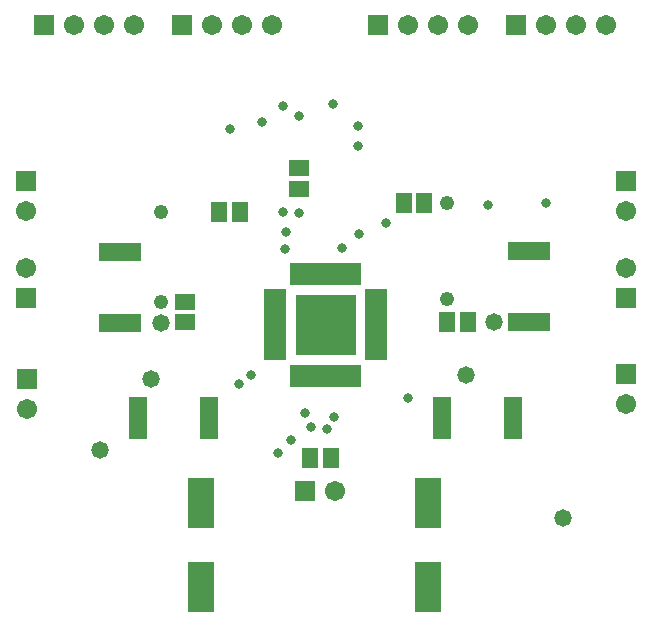
<source format=gts>
%FSTAX24Y24*%
%MOIN*%
%SFA1B1*%

%IPPOS*%
%ADD40R,0.086740X0.165480*%
%ADD41R,0.067060X0.057210*%
%ADD42R,0.057210X0.067060*%
%ADD43R,0.204850X0.204850*%
%ADD44R,0.019810X0.074930*%
%ADD45R,0.074930X0.019810*%
%ADD46R,0.059180X0.143830*%
%ADD47R,0.143830X0.059180*%
%ADD48R,0.067060X0.067060*%
%ADD49C,0.067060*%
%ADD50R,0.067060X0.067060*%
%ADD51C,0.031620*%
%ADD52C,0.058000*%
%ADD53C,0.048000*%
%LNa3988_breakout-1*%
%LPD*%
G54D40*
X0271Y032502D03*
Y035297D03*
X034675Y032502D03*
Y035297D03*
G54D41*
X03035Y046469D03*
Y04578D03*
X026575Y042019D03*
Y04133D03*
G54D42*
X033855Y0453D03*
X034544D03*
X028394Y045D03*
X027705D03*
X03073Y0368D03*
X031419D03*
X035305Y04135D03*
X035994D03*
G54D43*
X03125Y04125D03*
G54D44*
X030167Y042942D03*
X030364D03*
X030561D03*
X030757D03*
X030954D03*
X031151D03*
X031348D03*
X031545D03*
X031742D03*
X031939D03*
X032135D03*
X032332D03*
Y039557D03*
X032135D03*
X031939D03*
X031742D03*
X031545D03*
X031348D03*
X031151D03*
X030954D03*
X030757D03*
X030561D03*
X030364D03*
X030167D03*
G54D45*
X032942Y042332D03*
Y042135D03*
Y041939D03*
Y041742D03*
Y041545D03*
Y041348D03*
Y041151D03*
Y040954D03*
Y040757D03*
Y040561D03*
Y040364D03*
Y040167D03*
X029557D03*
Y040364D03*
Y040561D03*
Y040757D03*
Y040954D03*
Y041151D03*
Y041348D03*
Y041545D03*
Y041742D03*
Y041939D03*
Y042135D03*
Y042332D03*
G54D46*
X035118Y03815D03*
X037481D03*
X027356D03*
X024993D03*
G54D47*
X038025Y043706D03*
Y041343D03*
X0244Y043681D03*
Y041318D03*
G54D48*
X02125Y04215D03*
Y04605D03*
X04125D03*
Y04215D03*
X041275Y0396D03*
X0213Y03945D03*
G54D49*
X02125Y04315D03*
Y04505D03*
X04125D03*
Y04315D03*
X0406Y05125D03*
X0396D03*
X0386D03*
X036D03*
X035D03*
X034D03*
X02945D03*
X02845D03*
X02745D03*
X02485D03*
X02385D03*
X02285D03*
X041275Y0386D03*
X0213Y03845D03*
X03155Y035725D03*
G54D50*
X0376Y05125D03*
X033D03*
X02645D03*
X02185D03*
X03055Y035725D03*
G54D51*
X02875Y039575D03*
X0301Y0374D03*
X029825Y04855D03*
X032325Y047875D03*
Y0472D03*
X0386Y0453D03*
X02965Y036975D03*
X03665Y04525D03*
X030775Y03785D03*
X0299Y043775D03*
X029925Y04435D03*
X029825Y045D03*
X03035Y048225D03*
Y044975D03*
X03055Y0383D03*
X034Y0388D03*
X033275Y04465D03*
X028375Y039275D03*
X0318Y0438D03*
X028075Y047775D03*
X029125Y048025D03*
X032375Y044275D03*
X0315Y0486D03*
X031525Y038175D03*
X0313Y037775D03*
G54D52*
X035925Y039575D03*
X025425Y03945D03*
X03685Y04135D03*
X02575Y0413D03*
X039175Y0348D03*
X023725Y037075D03*
G54D53*
X0353Y0453D03*
X035305Y042094D03*
X025755Y044994D03*
Y042019D03*
M02*
</source>
